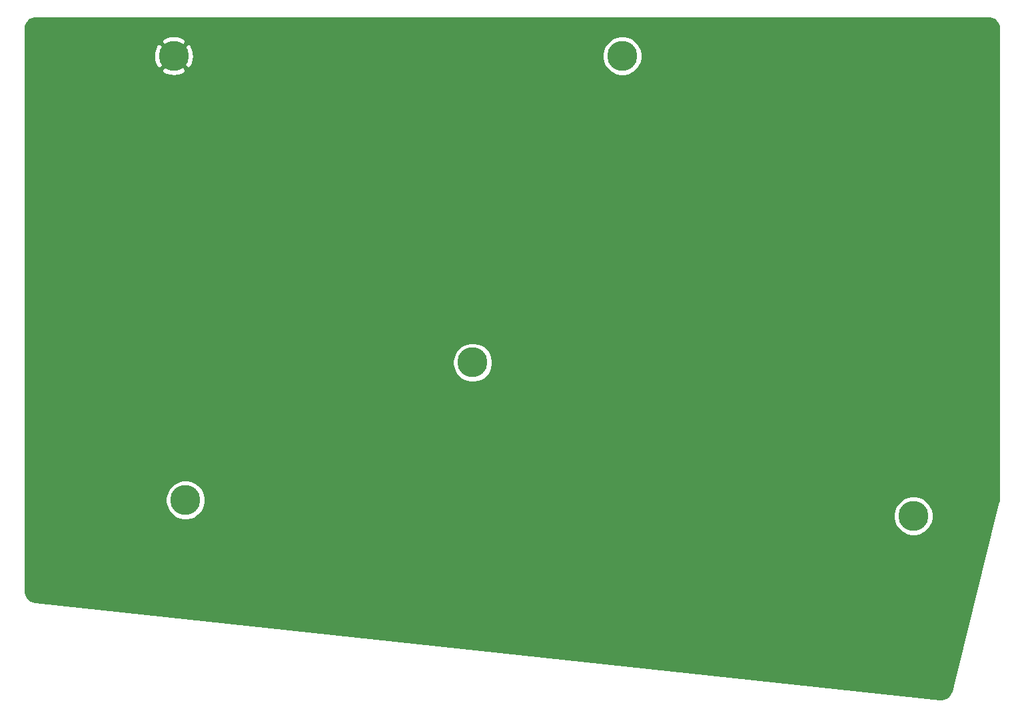
<source format=gbr>
G04 #@! TF.GenerationSoftware,KiCad,Pcbnew,(5.1.2)-2*
G04 #@! TF.CreationDate,2020-04-16T23:41:07+09:00*
G04 #@! TF.ProjectId,17mm bottom plate,31376d6d-2062-46f7-9474-6f6d20706c61,rev?*
G04 #@! TF.SameCoordinates,Original*
G04 #@! TF.FileFunction,Copper,L2,Bot*
G04 #@! TF.FilePolarity,Positive*
%FSLAX46Y46*%
G04 Gerber Fmt 4.6, Leading zero omitted, Abs format (unit mm)*
G04 Created by KiCad (PCBNEW (5.1.2)-2) date 2020-04-16 23:41:07*
%MOMM*%
%LPD*%
G04 APERTURE LIST*
%ADD10C,3.800000*%
%ADD11C,0.254000*%
G04 APERTURE END LIST*
D10*
X213500000Y-124000000D03*
X176500000Y-65500000D03*
X157500000Y-104500000D03*
X121000000Y-122000000D03*
X119500000Y-65500000D03*
D11*
G36*
X223259659Y-60688625D02*
G01*
X223509429Y-60764035D01*
X223739792Y-60886522D01*
X223941980Y-61051422D01*
X224108286Y-61252450D01*
X224232378Y-61481954D01*
X224309531Y-61731195D01*
X224340001Y-62021098D01*
X224340000Y-121812403D01*
X224307497Y-122143890D01*
X224297575Y-122188469D01*
X218297369Y-146249198D01*
X218198807Y-146523339D01*
X218064422Y-146747213D01*
X217889114Y-146940720D01*
X217679558Y-147096491D01*
X217443739Y-147208592D01*
X217190631Y-147272754D01*
X216907457Y-147287718D01*
X216839948Y-147282643D01*
X101902781Y-134948314D01*
X101604155Y-134886884D01*
X101363675Y-134785678D01*
X101147439Y-134639693D01*
X100963675Y-134454486D01*
X100819382Y-134237110D01*
X100720060Y-133995852D01*
X100666329Y-133723891D01*
X100660000Y-133593933D01*
X100660000Y-121750324D01*
X118465000Y-121750324D01*
X118465000Y-122249676D01*
X118562418Y-122739432D01*
X118753512Y-123200773D01*
X119030937Y-123615968D01*
X119384032Y-123969063D01*
X119799227Y-124246488D01*
X120260568Y-124437582D01*
X120750324Y-124535000D01*
X121249676Y-124535000D01*
X121739432Y-124437582D01*
X122200773Y-124246488D01*
X122615968Y-123969063D01*
X122834707Y-123750324D01*
X210965000Y-123750324D01*
X210965000Y-124249676D01*
X211062418Y-124739432D01*
X211253512Y-125200773D01*
X211530937Y-125615968D01*
X211884032Y-125969063D01*
X212299227Y-126246488D01*
X212760568Y-126437582D01*
X213250324Y-126535000D01*
X213749676Y-126535000D01*
X214239432Y-126437582D01*
X214700773Y-126246488D01*
X215115968Y-125969063D01*
X215469063Y-125615968D01*
X215746488Y-125200773D01*
X215937582Y-124739432D01*
X216035000Y-124249676D01*
X216035000Y-123750324D01*
X215937582Y-123260568D01*
X215746488Y-122799227D01*
X215469063Y-122384032D01*
X215115968Y-122030937D01*
X214700773Y-121753512D01*
X214239432Y-121562418D01*
X213749676Y-121465000D01*
X213250324Y-121465000D01*
X212760568Y-121562418D01*
X212299227Y-121753512D01*
X211884032Y-122030937D01*
X211530937Y-122384032D01*
X211253512Y-122799227D01*
X211062418Y-123260568D01*
X210965000Y-123750324D01*
X122834707Y-123750324D01*
X122969063Y-123615968D01*
X123246488Y-123200773D01*
X123437582Y-122739432D01*
X123535000Y-122249676D01*
X123535000Y-121750324D01*
X123437582Y-121260568D01*
X123246488Y-120799227D01*
X122969063Y-120384032D01*
X122615968Y-120030937D01*
X122200773Y-119753512D01*
X121739432Y-119562418D01*
X121249676Y-119465000D01*
X120750324Y-119465000D01*
X120260568Y-119562418D01*
X119799227Y-119753512D01*
X119384032Y-120030937D01*
X119030937Y-120384032D01*
X118753512Y-120799227D01*
X118562418Y-121260568D01*
X118465000Y-121750324D01*
X100660000Y-121750324D01*
X100660000Y-104250324D01*
X154965000Y-104250324D01*
X154965000Y-104749676D01*
X155062418Y-105239432D01*
X155253512Y-105700773D01*
X155530937Y-106115968D01*
X155884032Y-106469063D01*
X156299227Y-106746488D01*
X156760568Y-106937582D01*
X157250324Y-107035000D01*
X157749676Y-107035000D01*
X158239432Y-106937582D01*
X158700773Y-106746488D01*
X159115968Y-106469063D01*
X159469063Y-106115968D01*
X159746488Y-105700773D01*
X159937582Y-105239432D01*
X160035000Y-104749676D01*
X160035000Y-104250324D01*
X159937582Y-103760568D01*
X159746488Y-103299227D01*
X159469063Y-102884032D01*
X159115968Y-102530937D01*
X158700773Y-102253512D01*
X158239432Y-102062418D01*
X157749676Y-101965000D01*
X157250324Y-101965000D01*
X156760568Y-102062418D01*
X156299227Y-102253512D01*
X155884032Y-102530937D01*
X155530937Y-102884032D01*
X155253512Y-103299227D01*
X155062418Y-103760568D01*
X154965000Y-104250324D01*
X100660000Y-104250324D01*
X100660000Y-67276349D01*
X117903256Y-67276349D01*
X118107362Y-67632867D01*
X118550223Y-67863575D01*
X119029583Y-68003452D01*
X119527021Y-68047123D01*
X120023422Y-67992909D01*
X120499707Y-67842894D01*
X120892638Y-67632867D01*
X121096744Y-67276349D01*
X119500000Y-65679605D01*
X117903256Y-67276349D01*
X100660000Y-67276349D01*
X100660000Y-65527021D01*
X116952877Y-65527021D01*
X117007091Y-66023422D01*
X117157106Y-66499707D01*
X117367133Y-66892638D01*
X117723651Y-67096744D01*
X119320395Y-65500000D01*
X119679605Y-65500000D01*
X121276349Y-67096744D01*
X121632867Y-66892638D01*
X121863575Y-66449777D01*
X122003452Y-65970417D01*
X122047123Y-65472979D01*
X122022806Y-65250324D01*
X173965000Y-65250324D01*
X173965000Y-65749676D01*
X174062418Y-66239432D01*
X174253512Y-66700773D01*
X174530937Y-67115968D01*
X174884032Y-67469063D01*
X175299227Y-67746488D01*
X175760568Y-67937582D01*
X176250324Y-68035000D01*
X176749676Y-68035000D01*
X177239432Y-67937582D01*
X177700773Y-67746488D01*
X178115968Y-67469063D01*
X178469063Y-67115968D01*
X178746488Y-66700773D01*
X178937582Y-66239432D01*
X179035000Y-65749676D01*
X179035000Y-65250324D01*
X178937582Y-64760568D01*
X178746488Y-64299227D01*
X178469063Y-63884032D01*
X178115968Y-63530937D01*
X177700773Y-63253512D01*
X177239432Y-63062418D01*
X176749676Y-62965000D01*
X176250324Y-62965000D01*
X175760568Y-63062418D01*
X175299227Y-63253512D01*
X174884032Y-63530937D01*
X174530937Y-63884032D01*
X174253512Y-64299227D01*
X174062418Y-64760568D01*
X173965000Y-65250324D01*
X122022806Y-65250324D01*
X121992909Y-64976578D01*
X121842894Y-64500293D01*
X121632867Y-64107362D01*
X121276349Y-63903256D01*
X119679605Y-65500000D01*
X119320395Y-65500000D01*
X117723651Y-63903256D01*
X117367133Y-64107362D01*
X117136425Y-64550223D01*
X116996548Y-65029583D01*
X116952877Y-65527021D01*
X100660000Y-65527021D01*
X100660000Y-63723651D01*
X117903256Y-63723651D01*
X119500000Y-65320395D01*
X121096744Y-63723651D01*
X120892638Y-63367133D01*
X120449777Y-63136425D01*
X119970417Y-62996548D01*
X119472979Y-62952877D01*
X118976578Y-63007091D01*
X118500293Y-63157106D01*
X118107362Y-63367133D01*
X117903256Y-63723651D01*
X100660000Y-63723651D01*
X100660000Y-62032279D01*
X100688625Y-61740341D01*
X100764035Y-61490571D01*
X100886522Y-61260208D01*
X101051422Y-61058020D01*
X101252450Y-60891714D01*
X101481954Y-60767622D01*
X101731195Y-60690469D01*
X102021088Y-60660000D01*
X222967721Y-60660000D01*
X223259659Y-60688625D01*
X223259659Y-60688625D01*
G37*
X223259659Y-60688625D02*
X223509429Y-60764035D01*
X223739792Y-60886522D01*
X223941980Y-61051422D01*
X224108286Y-61252450D01*
X224232378Y-61481954D01*
X224309531Y-61731195D01*
X224340001Y-62021098D01*
X224340000Y-121812403D01*
X224307497Y-122143890D01*
X224297575Y-122188469D01*
X218297369Y-146249198D01*
X218198807Y-146523339D01*
X218064422Y-146747213D01*
X217889114Y-146940720D01*
X217679558Y-147096491D01*
X217443739Y-147208592D01*
X217190631Y-147272754D01*
X216907457Y-147287718D01*
X216839948Y-147282643D01*
X101902781Y-134948314D01*
X101604155Y-134886884D01*
X101363675Y-134785678D01*
X101147439Y-134639693D01*
X100963675Y-134454486D01*
X100819382Y-134237110D01*
X100720060Y-133995852D01*
X100666329Y-133723891D01*
X100660000Y-133593933D01*
X100660000Y-121750324D01*
X118465000Y-121750324D01*
X118465000Y-122249676D01*
X118562418Y-122739432D01*
X118753512Y-123200773D01*
X119030937Y-123615968D01*
X119384032Y-123969063D01*
X119799227Y-124246488D01*
X120260568Y-124437582D01*
X120750324Y-124535000D01*
X121249676Y-124535000D01*
X121739432Y-124437582D01*
X122200773Y-124246488D01*
X122615968Y-123969063D01*
X122834707Y-123750324D01*
X210965000Y-123750324D01*
X210965000Y-124249676D01*
X211062418Y-124739432D01*
X211253512Y-125200773D01*
X211530937Y-125615968D01*
X211884032Y-125969063D01*
X212299227Y-126246488D01*
X212760568Y-126437582D01*
X213250324Y-126535000D01*
X213749676Y-126535000D01*
X214239432Y-126437582D01*
X214700773Y-126246488D01*
X215115968Y-125969063D01*
X215469063Y-125615968D01*
X215746488Y-125200773D01*
X215937582Y-124739432D01*
X216035000Y-124249676D01*
X216035000Y-123750324D01*
X215937582Y-123260568D01*
X215746488Y-122799227D01*
X215469063Y-122384032D01*
X215115968Y-122030937D01*
X214700773Y-121753512D01*
X214239432Y-121562418D01*
X213749676Y-121465000D01*
X213250324Y-121465000D01*
X212760568Y-121562418D01*
X212299227Y-121753512D01*
X211884032Y-122030937D01*
X211530937Y-122384032D01*
X211253512Y-122799227D01*
X211062418Y-123260568D01*
X210965000Y-123750324D01*
X122834707Y-123750324D01*
X122969063Y-123615968D01*
X123246488Y-123200773D01*
X123437582Y-122739432D01*
X123535000Y-122249676D01*
X123535000Y-121750324D01*
X123437582Y-121260568D01*
X123246488Y-120799227D01*
X122969063Y-120384032D01*
X122615968Y-120030937D01*
X122200773Y-119753512D01*
X121739432Y-119562418D01*
X121249676Y-119465000D01*
X120750324Y-119465000D01*
X120260568Y-119562418D01*
X119799227Y-119753512D01*
X119384032Y-120030937D01*
X119030937Y-120384032D01*
X118753512Y-120799227D01*
X118562418Y-121260568D01*
X118465000Y-121750324D01*
X100660000Y-121750324D01*
X100660000Y-104250324D01*
X154965000Y-104250324D01*
X154965000Y-104749676D01*
X155062418Y-105239432D01*
X155253512Y-105700773D01*
X155530937Y-106115968D01*
X155884032Y-106469063D01*
X156299227Y-106746488D01*
X156760568Y-106937582D01*
X157250324Y-107035000D01*
X157749676Y-107035000D01*
X158239432Y-106937582D01*
X158700773Y-106746488D01*
X159115968Y-106469063D01*
X159469063Y-106115968D01*
X159746488Y-105700773D01*
X159937582Y-105239432D01*
X160035000Y-104749676D01*
X160035000Y-104250324D01*
X159937582Y-103760568D01*
X159746488Y-103299227D01*
X159469063Y-102884032D01*
X159115968Y-102530937D01*
X158700773Y-102253512D01*
X158239432Y-102062418D01*
X157749676Y-101965000D01*
X157250324Y-101965000D01*
X156760568Y-102062418D01*
X156299227Y-102253512D01*
X155884032Y-102530937D01*
X155530937Y-102884032D01*
X155253512Y-103299227D01*
X155062418Y-103760568D01*
X154965000Y-104250324D01*
X100660000Y-104250324D01*
X100660000Y-67276349D01*
X117903256Y-67276349D01*
X118107362Y-67632867D01*
X118550223Y-67863575D01*
X119029583Y-68003452D01*
X119527021Y-68047123D01*
X120023422Y-67992909D01*
X120499707Y-67842894D01*
X120892638Y-67632867D01*
X121096744Y-67276349D01*
X119500000Y-65679605D01*
X117903256Y-67276349D01*
X100660000Y-67276349D01*
X100660000Y-65527021D01*
X116952877Y-65527021D01*
X117007091Y-66023422D01*
X117157106Y-66499707D01*
X117367133Y-66892638D01*
X117723651Y-67096744D01*
X119320395Y-65500000D01*
X119679605Y-65500000D01*
X121276349Y-67096744D01*
X121632867Y-66892638D01*
X121863575Y-66449777D01*
X122003452Y-65970417D01*
X122047123Y-65472979D01*
X122022806Y-65250324D01*
X173965000Y-65250324D01*
X173965000Y-65749676D01*
X174062418Y-66239432D01*
X174253512Y-66700773D01*
X174530937Y-67115968D01*
X174884032Y-67469063D01*
X175299227Y-67746488D01*
X175760568Y-67937582D01*
X176250324Y-68035000D01*
X176749676Y-68035000D01*
X177239432Y-67937582D01*
X177700773Y-67746488D01*
X178115968Y-67469063D01*
X178469063Y-67115968D01*
X178746488Y-66700773D01*
X178937582Y-66239432D01*
X179035000Y-65749676D01*
X179035000Y-65250324D01*
X178937582Y-64760568D01*
X178746488Y-64299227D01*
X178469063Y-63884032D01*
X178115968Y-63530937D01*
X177700773Y-63253512D01*
X177239432Y-63062418D01*
X176749676Y-62965000D01*
X176250324Y-62965000D01*
X175760568Y-63062418D01*
X175299227Y-63253512D01*
X174884032Y-63530937D01*
X174530937Y-63884032D01*
X174253512Y-64299227D01*
X174062418Y-64760568D01*
X173965000Y-65250324D01*
X122022806Y-65250324D01*
X121992909Y-64976578D01*
X121842894Y-64500293D01*
X121632867Y-64107362D01*
X121276349Y-63903256D01*
X119679605Y-65500000D01*
X119320395Y-65500000D01*
X117723651Y-63903256D01*
X117367133Y-64107362D01*
X117136425Y-64550223D01*
X116996548Y-65029583D01*
X116952877Y-65527021D01*
X100660000Y-65527021D01*
X100660000Y-63723651D01*
X117903256Y-63723651D01*
X119500000Y-65320395D01*
X121096744Y-63723651D01*
X120892638Y-63367133D01*
X120449777Y-63136425D01*
X119970417Y-62996548D01*
X119472979Y-62952877D01*
X118976578Y-63007091D01*
X118500293Y-63157106D01*
X118107362Y-63367133D01*
X117903256Y-63723651D01*
X100660000Y-63723651D01*
X100660000Y-62032279D01*
X100688625Y-61740341D01*
X100764035Y-61490571D01*
X100886522Y-61260208D01*
X101051422Y-61058020D01*
X101252450Y-60891714D01*
X101481954Y-60767622D01*
X101731195Y-60690469D01*
X102021088Y-60660000D01*
X222967721Y-60660000D01*
X223259659Y-60688625D01*
M02*

</source>
